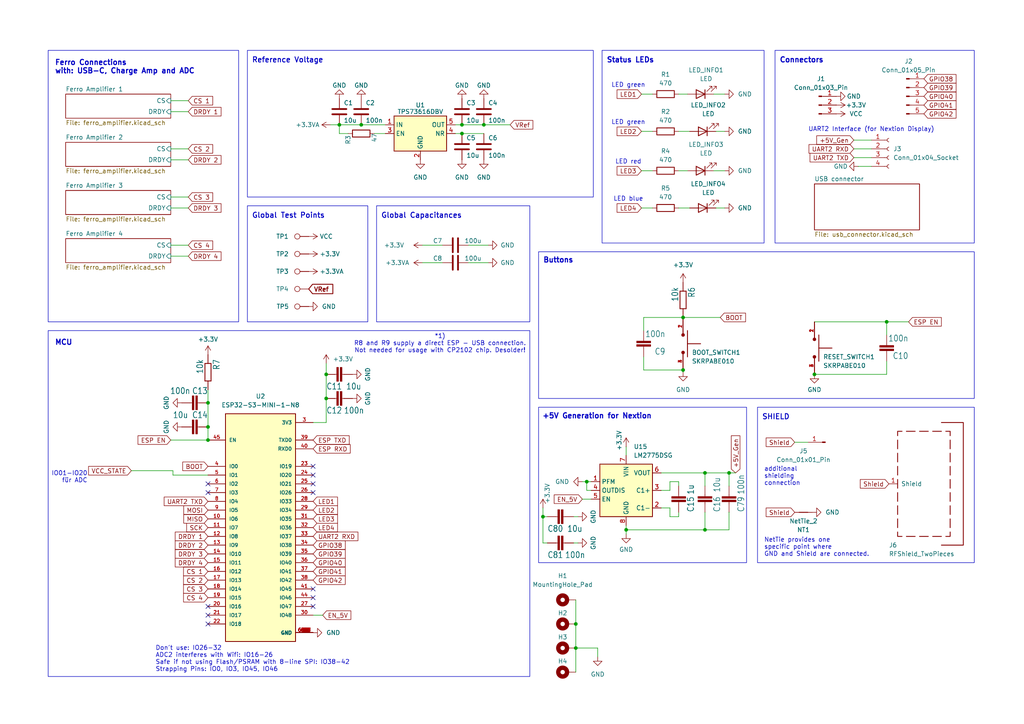
<source format=kicad_sch>
(kicad_sch (version 20231120) (generator "eeschema") (generator_version "8.0")
  (paper "A4")
  (title_block (title "4-Kanal Ferroelektret Platine") (date "2024-07-01") (rev "3") (company "FG Mess- und Sensortechnik") (comment 1 "Dominik Werner"))
  (junction (at 167.005 180.975))
  (junction (at 133.985 38.735))
  (junction (at 140.335 36.195))
  (junction (at 198.12 92.075))
  (junction (at 133.985 36.195))
  (junction (at 60.325 123.825))
  (junction (at 104.775 36.195))
  (junction (at 60.325 127.635))
  (junction (at 236.22 108.585))
  (junction (at 204.47 137.16))
  (junction (at 170.18 139.7))
  (junction (at 98.425 36.195))
  (junction (at 257.175 93.345))
  (junction (at 204.47 153.67))
  (junction (at 157.48 149.86))
  (junction (at 181.61 153.67))
  (junction (at 94.615 108.585))
  (junction (at 198.12 107.315))
  (junction (at 60.325 116.84))
  (junction (at 211.455 137.16))
  (junction (at 167.005 187.96))
  (junction (at 94.615 115.57))
  (no_connect (at 90.805 173.355))
  (no_connect (at 90.805 142.875))
  (no_connect (at 90.805 137.795))
  (no_connect (at 60.325 175.895))
  (no_connect (at 60.325 180.975))
  (no_connect (at 90.805 135.255))
  (no_connect (at 60.325 140.335))
  (no_connect (at 60.325 178.435))
  (no_connect (at 90.805 170.815))
  (no_connect (at 90.805 175.895))
  (no_connect (at 60.325 142.875))
  (no_connect (at 90.805 140.335))
  (wire (pts (xy 50.165 136.525) (xy 50.165 137.795)))
  (wire (pts (xy 54.61 57.15) (xy 49.53 57.15)))
  (wire (pts (xy 157.48 149.86) (xy 157.48 157.48)))
  (wire (pts (xy 257.175 93.345) (xy 263.525 93.345)))
  (wire (pts (xy 170.18 142.24) (xy 171.45 142.24)))
  (wire (pts (xy 60.325 113.03) (xy 60.325 116.84)))
  (wire (pts (xy 186.055 38.1) (xy 189.23 38.1)))
  (wire (pts (xy 181.61 153.67) (xy 204.47 153.67)))
  (wire (pts (xy 189.23 27.305) (xy 186.055 27.305)))
  (wire (pts (xy 38.1 136.525) (xy 50.165 136.525)))
  (wire (pts (xy 181.61 153.67) (xy 181.61 154.94)))
  (wire (pts (xy 204.47 137.16) (xy 204.47 140.97)))
  (wire (pts (xy 211.4469 148.59) (xy 211.4469 153.67)))
  (wire (pts (xy 100.965 38.735) (xy 98.425 38.735)))
  (wire (pts (xy 186.69 103.505) (xy 186.69 107.315)))
  (wire (pts (xy 122.555 76.2) (xy 128.27 76.2)))
  (wire (pts (xy 186.055 60.325) (xy 189.23 60.325)))
  (wire (pts (xy 234.315 128.27) (xy 230.505 128.27)))
  (wire (pts (xy 94.615 105.41) (xy 94.615 108.585)))
  (wire (pts (xy 168.91 144.78) (xy 171.45 144.78)))
  (wire (pts (xy 98.425 38.735) (xy 98.425 36.195)))
  (wire (pts (xy 90.805 122.555) (xy 94.615 122.555)))
  (wire (pts (xy 167.005 180.975) (xy 167.005 187.96)))
  (wire (pts (xy 133.985 38.735) (xy 140.335 38.735)))
  (wire (pts (xy 189.23 49.53) (xy 186.055 49.53)))
  (wire (pts (xy 199.39 49.53) (xy 196.85 49.53)))
  (wire (pts (xy 204.47 153.67) (xy 211.4469 153.67)))
  (wire (pts (xy 49.53 127.635) (xy 60.325 127.635)))
  (wire (pts (xy 211.455 148.59) (xy 211.4469 148.59)))
  (wire (pts (xy 132.08 38.735) (xy 133.985 38.735)))
  (wire (pts (xy 94.615 108.585) (xy 94.615 115.57)))
  (wire (pts (xy 211.455 140.97) (xy 211.455 137.16)))
  (wire (pts (xy 211.455 137.16) (xy 213.36 137.16)))
  (wire (pts (xy 257.175 108.585) (xy 257.175 104.775)))
  (wire (pts (xy 173.355 190.5) (xy 173.355 187.96)))
  (wire (pts (xy 140.335 36.195) (xy 133.985 36.195)))
  (wire (pts (xy 135.89 76.2) (xy 141.605 76.2)))
  (wire (pts (xy 236.22 93.345) (xy 257.175 93.345)))
  (wire (pts (xy 198.12 92.075) (xy 208.915 92.075)))
  (wire (pts (xy 191.77 142.24) (xy 194.31 142.24)))
  (wire (pts (xy 98.425 36.195) (xy 104.775 36.195)))
  (wire (pts (xy 247.65 45.72) (xy 252.73 45.72)))
  (wire (pts (xy 93.5395 178.435) (xy 93.5395 178.4259)))
  (wire (pts (xy 247.65 43.18) (xy 252.73 43.18)))
  (wire (pts (xy 247.65 40.64) (xy 252.73 40.64)))
  (wire (pts (xy 198.12 107.95) (xy 198.12 107.315)) (stroke (width 0.1524)))
  (wire (pts (xy 167.005 194.945) (xy 167.005 187.96)))
  (wire (pts (xy 210.185 49.53) (xy 207.01 49.53)))
  (wire (pts (xy 186.69 95.885) (xy 186.69 92.075)))
  (wire (pts (xy 104.775 36.195) (xy 111.76 36.195)))
  (wire (pts (xy 122.555 71.12) (xy 128.27 71.12)))
  (wire (pts (xy 181.61 152.4) (xy 181.61 153.67)))
  (wire (pts (xy 54.61 32.385) (xy 49.53 32.385)))
  (wire (pts (xy 170.18 139.7) (xy 171.45 139.7)))
  (wire (pts (xy 191.77 147.32) (xy 194.31 147.32)))
  (wire (pts (xy 157.48 149.86) (xy 158.75 149.86)))
  (wire (pts (xy 196.85 60.325) (xy 200.025 60.325)))
  (wire (pts (xy 167.005 187.96) (xy 173.355 187.96)))
  (wire (pts (xy 196.85 38.1) (xy 200.025 38.1)))
  (wire (pts (xy 167.005 180.975) (xy 167.005 173.99)))
  (wire (pts (xy 204.47 137.16) (xy 211.455 137.16)))
  (wire (pts (xy 191.77 137.16) (xy 204.47 137.16)))
  (wire (pts (xy 210.185 27.305) (xy 207.01 27.305)))
  (wire (pts (xy 166.37 149.86) (xy 167.64 149.86)))
  (wire (pts (xy 194.31 142.24) (xy 194.31 139.7)))
  (wire (pts (xy 170.18 139.7) (xy 170.18 142.24)))
  (wire (pts (xy 54.61 71.12) (xy 49.53 71.12)))
  (wire (pts (xy 108.585 38.735) (xy 111.76 38.735)))
  (wire (pts (xy 157.48 147.32) (xy 157.48 149.86)))
  (wire (pts (xy 50.165 137.795) (xy 60.325 137.795)))
  (wire (pts (xy 60.325 116.84) (xy 60.325 123.825)))
  (wire (pts (xy 60.325 123.825) (xy 60.325 127.635)))
  (wire (pts (xy 210.185 38.1) (xy 207.645 38.1)))
  (wire (pts (xy 210.185 60.325) (xy 207.645 60.325)))
  (wire (pts (xy 204.47 148.59) (xy 204.47 153.67)))
  (wire (pts (xy 133.985 36.195) (xy 132.08 36.195)))
  (wire (pts (xy 194.31 147.32) (xy 194.31 149.86)))
  (wire (pts (xy 54.61 46.355) (xy 49.53 46.355)))
  (wire (pts (xy 236.22 108.585) (xy 257.175 108.585)))
  (wire (pts (xy 199.39 27.305) (xy 196.85 27.305)))
  (wire (pts (xy 168.91 139.7) (xy 170.18 139.7)))
  (wire (pts (xy 95.885 36.195) (xy 98.425 36.195)))
  (wire (pts (xy 135.89 71.12) (xy 141.605 71.12)))
  (wire (pts (xy 196.85 139.7) (xy 196.85 140.97)))
  (wire (pts (xy 181.61 129.54) (xy 181.61 132.08)))
  (wire (pts (xy 90.805 178.435) (xy 93.5395 178.435)))
  (wire (pts (xy 257.175 93.345) (xy 257.175 97.155)))
  (wire (pts (xy 94.615 122.555) (xy 94.615 115.57)))
  (wire (pts (xy 248.92 48.26) (xy 252.73 48.26)))
  (wire (pts (xy 54.61 60.325) (xy 49.53 60.325)))
  (wire (pts (xy 167.64 157.48) (xy 166.37 157.48)))
  (wire (pts (xy 54.61 29.21) (xy 49.53 29.21)))
  (wire (pts (xy 54.61 43.18) (xy 49.53 43.18)))
  (wire (pts (xy 186.69 107.315) (xy 198.12 107.315)))
  (wire (pts (xy 186.69 92.075) (xy 198.12 92.075)))
  (wire (pts (xy 157.48 157.48) (xy 158.75 157.48)))
  (wire (pts (xy 194.31 149.86) (xy 196.85 149.86)))
  (wire (pts (xy 93.5395 178.4259) (xy 93.5916 178.4259)))
  (wire (pts (xy 147.955 36.195) (xy 140.335 36.195)))
  (wire (pts (xy 196.85 148.59) (xy 196.85 149.86)))
  (wire (pts (xy 194.31 139.7) (xy 196.85 139.7)))
  (wire (pts (xy 54.61 74.295) (xy 49.53 74.295)))
  (rectangle (start 71.755 14.605) (end 172.085 57.15))
  (rectangle (start 13.97 14.605) (end 69.215 93.345))
  (rectangle (start 13.97 95.885) (end 153.67 196.215))
  (rectangle (start 156.21 118.11) (end 216.535 163.195))
  (rectangle (start 71.755 59.69) (end 106.68 93.345))
  (rectangle (start 156.21 73.025) (end 282.575 115.57))
  (rectangle (start 109.22 59.69) (end 153.67 93.345))
  (rectangle (start 219.71 118.11) (end 282.575 163.195))
  (rectangle (start 174.625 14.605) (end 221.615 70.485))
  (rectangle (start 224.79 14.605) (end 282.575 70.485))
  (text "+5V Generation for Nextion" (at 157.226 121.666 0) (effects (font (size 1.5 1.5) (thickness 0.3023) (bold yes)) (justify left bottom)))
  (text "Global Capacitances" (at 110.49 63.5 0) (effects (font (size 1.5 1.5) (thickness 0.254) (bold yes)) (justify left bottom)))
  (text "Global Test Points" (at 73.025 63.5 0) (effects (font (size 1.5 1.5) (thickness 0.254) (bold yes)) (justify left bottom)))
  (text "Buttons" (at 157.48 76.454 0) (effects (font (size 1.5 1.5) (thickness 0.3023) (bold yes)) (justify left bottom)))
  (text "LED green" (at 182.245 35.56 0) (effects (font (size 1.27 1.27))))
  (text "Reference Voltage" (at 73.025 18.415 0) (effects (font (size 1.5 1.5) (thickness 0.254) (bold yes)) (justify left bottom)))
  (text "Ferro Connections\nwith: USB-C, Charge Amp and ADC" (at 15.875 21.59 0) (effects (font (size 1.5 1.5) (thickness 0.3023) (bold yes)) (justify left bottom)))
  (text "NetTie provides one\nspecific point where\nGND and Shield are connected." (at 221.615 158.75 0) (effects (font (size 1.27 1.27)) (justify left)))
  (text "Status LEDs" (at 175.895 18.415 0) (effects (font (size 1.5 1.5) (thickness 0.3023) (bold yes)) (justify left bottom)))
  (text "LED green" (at 182.245 24.765 0) (effects (font (size 1.27 1.27))))
  (text "IO01-IO20\nfür ADC" (at 25.4 138.43 0) (effects (font (size 1.27 1.27)) (justify right)))
  (text "MCU" (at 15.875 100.33 0) (effects (font (size 1.5 1.5) (thickness 0.3023) (bold yes)) (justify left bottom)))
  (text "SHIELD" (at 220.98 121.92 0) (effects (font (size 1.5 1.5) (thickness 0.254) (bold yes)) (justify left bottom)))
  (text "Don't use: IO26-32\nADC2 interferes with Wifi: IO16-26\nSafe if not using Flash/PSRAM with 8-line SPI: IO38-42\nStrapping Pins: IO0, IO3, IO45, IO46" (at 45.085 194.945 0) (effects (font (size 1.27 1.27)) (justify left bottom)))
  (text "additional\nshielding\nconnection" (at 221.615 140.97 0) (effects (font (size 1.27 1.27)) (justify left bottom)))
  (text "LED blue" (at 182.245 57.785 0) (effects (font (size 1.27 1.27))))
  (text "*1)\nR8 and R9 supply a direct ESP - USB connection.\nNot needed for usage with CP2102 chip. Desolder!" (at 127.635 99.695 0) (effects (font (size 1.27 1.27))))
  (text "Connectors" (at 226.06 18.415 0) (effects (font (size 1.5 1.5) (thickness 0.3023) (bold yes)) (justify left bottom)))
  (text "LED red" (at 182.245 46.99 0) (effects (font (size 1.27 1.27))))
  (text "UART2 Interface (for Nextion Display)" (at 252.73 37.592 0) (effects (font (size 1.27 1.27))))
  (global_label "Shield" (shape input) (at 230.505 128.27 180) (property "Intersheetrefs" "${INTERSHEET_REFS}" (effects (hide yes))))
  (global_label "LED2" (shape input) (at 186.055 38.1 180) (property "Intersheetrefs" "${INTERSHEET_REFS}" (effects (hide yes))))
  (global_label "LED2" (shape input) (at 90.805 147.955 0) (property "Intersheetrefs" "${INTERSHEET_REFS}" (effects (hide yes))))
  (global_label "CS 2" (shape input) (at 60.325 168.275 180) (property "Intersheetrefs" "${INTERSHEET_REFS}" (effects (hide yes))))
  (global_label "MISO" (shape input) (at 60.325 150.495 180) (property "Intersheetrefs" "${INTERSHEET_REFS}" (effects (hide yes))))
  (global_label "GPIO38" (shape input) (at 267.97 22.86 0) (property "Intersheetrefs" "${INTERSHEET_REFS}" (effects (hide yes))))
  (global_label "BOOT" (shape input) (at 60.325 135.255 180) (property "Intersheetrefs" "${INTERSHEET_REFS}" (effects (hide yes))))
  (global_label "ESP EN" (shape input) (at 263.525 93.345 0) (property "Intersheetrefs" "${INTERSHEET_REFS}" (effects (hide yes))))
  (global_label "LED1" (shape input) (at 90.805 145.415 0) (property "Intersheetrefs" "${INTERSHEET_REFS}" (effects (hide yes))))
  (global_label "CS 4" (shape input) (at 54.61 71.12 0) (property "Intersheetrefs" "${INTERSHEET_REFS}" (effects (hide yes))))
  (global_label "LED4" (shape input) (at 186.055 60.325 180) (property "Intersheetrefs" "${INTERSHEET_REFS}" (effects (hide yes))))
  (global_label "VCC_STATE" (shape input) (at 38.1 136.525 180) (property "Intersheetrefs" "${INTERSHEET_REFS}" (effects (hide yes))))
  (global_label "+5V_Gen" (shape input) (at 247.65 40.64 180) (property "Intersheetrefs" "${INTERSHEET_REFS}" (effects (hide yes))))
  (global_label "DRDY 4" (shape input) (at 60.325 163.195 180) (property "Intersheetrefs" "${INTERSHEET_REFS}" (effects (hide yes))))
  (global_label "SCK" (shape input) (at 60.325 153.035 180) (property "Intersheetrefs" "${INTERSHEET_REFS}" (effects (hide yes))))
  (global_label "CS 4" (shape input) (at 60.325 173.355 180) (property "Intersheetrefs" "${INTERSHEET_REFS}" (effects (hide yes))))
  (global_label "Shield" (shape input) (at 230.505 148.59 180) (property "Intersheetrefs" "${INTERSHEET_REFS}" (effects (hide yes))))
  (global_label "+5V_Gen" (shape input) (at 213.36 137.16 90) (property "Intersheetrefs" "${INTERSHEET_REFS}" (effects (hide yes))))
  (global_label "GPIO41" (shape input) (at 267.97 30.48 0) (property "Intersheetrefs" "${INTERSHEET_REFS}" (effects (hide yes))))
  (global_label "DRDY 1" (shape input) (at 54.61 32.385 0) (property "Intersheetrefs" "${INTERSHEET_REFS}" (effects (hide yes))))
  (global_label "ESP RXD" (shape input) (at 90.805 130.175 0) (property "Intersheetrefs" "${INTERSHEET_REFS}" (effects (hide yes))))
  (global_label "GPIO40" (shape input) (at 267.97 27.94 0) (property "Intersheetrefs" "${INTERSHEET_REFS}" (effects (hide yes))))
  (global_label "LED3" (shape input) (at 90.805 150.495 0) (property "Intersheetrefs" "${INTERSHEET_REFS}" (effects (hide yes))))
  (global_label "CS 3" (shape input) (at 60.325 170.815 180) (property "Intersheetrefs" "${INTERSHEET_REFS}" (effects (hide yes))))
  (global_label "GPIO41" (shape input) (at 90.805 165.735 0) (property "Intersheetrefs" "${INTERSHEET_REFS}" (effects (hide yes))))
  (global_label "DRDY 2" (shape input) (at 54.61 46.355 0) (property "Intersheetrefs" "${INTERSHEET_REFS}" (effects (hide yes))))
  (global_label "GPIO39" (shape input) (at 267.97 25.4 0) (property "Intersheetrefs" "${INTERSHEET_REFS}" (effects (hide yes))))
  (global_label "DRDY 2" (shape input) (at 60.325 158.115 180) (property "Intersheetrefs" "${INTERSHEET_REFS}" (effects (hide yes))))
  (global_label "UART2 TXD" (shape input) (at 60.325 145.415 180) (property "Intersheetrefs" "${INTERSHEET_REFS}" (effects (hide yes))))
  (global_label "CS 3" (shape input) (at 54.61 57.15 0) (property "Intersheetrefs" "${INTERSHEET_REFS}" (effects (hide yes))))
  (global_label "GPIO39" (shape input) (at 90.805 160.655 0) (property "Intersheetrefs" "${INTERSHEET_REFS}" (effects (hide yes))))
  (global_label "GPIO38" (shape input) (at 90.805 158.115 0) (property "Intersheetrefs" "${INTERSHEET_REFS}" (effects (hide yes))))
  (global_label "DRDY 1" (shape input) (at 60.325 155.575 180) (property "Intersheetrefs" "${INTERSHEET_REFS}" (effects (hide yes))))
  (global_label "VRef" (shape input) (at 89.535 83.82 0) (effects (font (bold yes))) (property "Intersheetrefs" "${INTERSHEET_REFS}" (effects (hide yes))))
  (global_label "GPIO40" (shape input) (at 90.805 163.195 0) (property "Intersheetrefs" "${INTERSHEET_REFS}" (effects (hide yes))))
  (global_label "EN_5V" (shape input) (at 168.91 144.78 180) (property "Intersheetrefs" "${INTERSHEET_REFS}" (effects (hide yes))))
  (global_label "Shield" (shape input) (at 257.81 140.335 180) (property "Intersheetrefs" "${INTERSHEET_REFS}" (effects (hide yes))))
  (global_label "CS 2" (shape input) (at 54.61 43.18 0) (property "Intersheetrefs" "${INTERSHEET_REFS}" (effects (hide yes))))
  (global_label "BOOT" (shape input) (at 208.915 92.075 0) (property "Intersheetrefs" "${INTERSHEET_REFS}" (effects (hide yes))))
  (global_label "GPIO42" (shape input) (at 267.97 33.02 0) (property "Intersheetrefs" "${INTERSHEET_REFS}" (effects (hide yes))))
  (global_label "DRDY 3" (shape input) (at 60.325 160.655 180) (property "Intersheetrefs" "${INTERSHEET_REFS}" (effects (hide yes))))
  (global_label "LED3" (shape input) (at 186.055 49.53 180) (property "Intersheetrefs" "${INTERSHEET_REFS}" (effects (hide yes))))
  (global_label "LED1" (shape input) (at 186.055 27.305 180) (property "Intersheetrefs" "${INTERSHEET_REFS}" (effects (hide yes))))
  (global_label "UART2 RXD" (shape input) (at 247.65 43.18 180) (property "Intersheetrefs" "${INTERSHEET_REFS}" (effects (hide yes))))
  (global_label "CS 1" (shape input) (at 60.325 165.735 180) (property "Intersheetrefs" "${INTERSHEET_REFS}" (effects (hide yes))))
  (global_label "LED4" (shape input) (at 90.805 153.035 0) (property "Intersheetrefs" "${INTERSHEET_REFS}" (effects (hide yes))))
  (global_label "UART2 RXD" (shape input) (at 90.805 155.575 0) (property "Intersheetrefs" "${INTERSHEET_REFS}" (effects (hide yes))))
  (global_label "VRef" (shape input) (at 147.955 36.195 0) (property "Intersheetrefs" "${INTERSHEET_REFS}" (effects (hide yes))))
  (global_label "CS 1" (shape input) (at 54.61 29.21 0) (property "Intersheetrefs" "${INTERSHEET_REFS}" (effects (hide yes))))
  (global_label "GPIO42" (shape input) (at 90.805 168.275 0) (property "Intersheetrefs" "${INTERSHEET_REFS}" (effects (hide yes))))
  (global_label "DRDY 3" (shape input) (at 54.61 60.325 0) (property "Intersheetrefs" "${INTERSHEET_REFS}" (effects (hide yes))))
  (global_label "MOSI" (shape input) (at 60.325 147.955 180) (property "Intersheetrefs" "${INTERSHEET_REFS}" (effects (hide yes))))
  (global_label "ESP EN" (shape input) (at 49.53 127.635 180) (property "Intersheetrefs" "${INTERSHEET_REFS}" (effects (hide yes))))
  (global_label "UART2 TXD" (shape input) (at 247.65 45.72 180) (property "Intersheetrefs" "${INTERSHEET_REFS}" (effects (hide yes))))
  (global_label "EN_5V" (shape input) (at 93.5916 178.4259 0) (property "Intersheetrefs" "${INTERSHEET_REFS}" (effects (hide yes))))
  (global_label "ESP TXD" (shape input) (at 90.805 127.635 0) (property "Intersheetrefs" "${INTERSHEET_REFS}" (effects (hide yes))))
  (global_label "DRDY 4" (shape input) (at 54.61 74.295 0) (property "Intersheetrefs" "${INTERSHEET_REFS}" (effects (hide yes))))
  (symbol (lib_id "power:+3.3V") (at 94.615 105.41 0) (unit 1)
    (property "Reference" "#PWR028" (effects (hide yes)))
    (property "Value" "+3.3V" (at 96.52 104.1399 0) (effects (justify left)))
  )
  (symbol (lib_id "power:GND") (at 173.355 190.5 0) (unit 1)
    (property "Reference" "#PWR040" (effects (hide yes)))
    (property "Value" "GND" (at 173.355 195.58 0))
  )
  (symbol (lib_id "power:GND") (at 104.775 28.575 180) (unit 1)
    (property "Reference" "#PWR04" (effects (hide yes)))
    (property "Value" "GND" (at 104.775 24.765 0))
  )
  (symbol (lib_id "power:GND") (at 181.61 154.94 0) (unit 1)
    (property "Reference" "#PWR015" (effects (hide yes)))
    (property "Value" "GND" (at 181.61 159.385 0))
  )
  (symbol (lib_id "power:+3.3V") (at 60.325 102.87 0) (unit 1)
    (property "Reference" "#PWR027" (effects (hide yes)))
    (property "Value" "+3.3V" (at 60.325 98.425 0))
  )
  (symbol (lib_id "Connector:Conn_01x05_Pin") (at 262.89 27.94 0) (unit 1)
    (property "Reference" "J2" (at 263.525 17.78 0))
    (property "Value" "Conn_01x05_Pin" (at 263.525 20.32 0))
    (property "Footprint" "Connector_PinHeader_2.54mm:PinHeader_1x05_P2.54mm_Vertical" (effects (hide yes)))
    (property "Description" "Generic connector, single row, 01x05, script generated" (effects (hide yes)))
  )
  (symbol (lib_id "MiniLev-eagle-import:C-EUC0805") (at 99.695 108.585 270) (unit 1)
    (property "Reference" "C11" (at 94.615 113.03 90) (effects (font (size 1.778 1.5113)) (justify left bottom)))
    (property "Value" "10u" (at 100.33 113.03 90) (effects (font (size 1.778 1.5113)) (justify left bottom)))
    (property "Footprint" "Capacitor_SMD:C_0402_1005Metric" (effects (hide yes)))
  )
  (symbol (lib_id "power:GND") (at 210.185 60.325 90) (unit 1)
    (property "Reference" "#PWR017" (effects (hide yes)))
    (property "Value" "GND" (at 213.995 60.3249 90) (effects (justify right)))
  )
  (symbol (lib_id "power:GND") (at 52.705 116.84 270) (unit 1)
    (property "Reference" "#PWR033" (effects (hide yes)))
    (property "Value" "GND" (at 48.26 116.84 0))
  )
  (symbol (lib_id "power:GND") (at 133.985 46.355 0) (unit 1)
    (property "Reference" "#PWR012" (effects (hide yes)))
    (property "Value" "GND" (at 133.985 51.435 0))
  )
  (symbol (lib_id "power:VCC") (at 89.535 68.58 270) (unit 1)
    (property "Reference" "#PWR018" (effects (hide yes)))
    (property "Value" "VCC" (at 92.71 68.58 90) (effects (justify left)))
  )
  (symbol (lib_id "MiniLev-eagle-import:R-EU_R0805") (at 198.12 86.995 270) (unit 1)
    (property "Reference" "R6" (at 199.6186 83.185 0) (effects (font (size 1.778 1.5113)) (justify left bottom)))
    (property "Value" "10k" (at 194.818 83.185 0) (effects (font (size 1.778 1.5113)) (justify left bottom)))
    (property "Footprint" "Resistor_SMD:R_0402_1005Metric" (effects (hide yes)))
  )
  (symbol (lib_name "+3.3VA_1") (lib_id "power:+3.3VA") (at 122.555 76.2 90) (unit 1)
    (property "Reference" "#PWR022" (effects (hide yes)))
    (property "Value" "+3.3VA" (at 118.745 76.1999 90) (effects (justify left)))
    (property "Description" "Power symbol creates a global label with name \"+3.3VA\"" (effects (hide yes)))
  )
  (symbol (lib_id "Mechanical:MountingHole_Pad") (at 164.465 173.99 90) (unit 1) (exclude_from_sim yes) (in_bom no)
    (property "Reference" "H1" (at 163.195 167.005 90))
    (property "Value" "MountingHole_Pad" (at 163.195 169.545 90))
    (property "Footprint" "MountingHole:MountingHole_3.2mm_M3_Pad" (effects (hide yes)))
    (property "Description" "Mounting Hole with connection" (effects (hide yes)))
  )
  (symbol (lib_id "Connector:TestPoint") (at 89.535 68.58 90) (unit 1)
    (property "Reference" "TP1" (at 81.915 68.58 90))
    (property "Value" "TestPoint" (effects (hide yes)))
    (property "Footprint" "TestPoint:TestPoint_THTPad_D1.5mm_Drill0.7mm" (effects (hide yes)))
    (property "Description" "test point" (effects (hide yes)))
  )
  (symbol (lib_id "MiniLev-eagle-import:C-EUC0805") (at 204.47 143.51 0) (unit 1)
    (property "Reference" "C16" (at 208.915 148.59 90) (effects (font (size 1.778 1.5113)) (justify left bottom)))
    (property "Value" "10u" (at 208.915 142.875 90) (effects (font (size 1.778 1.5113)) (justify left bottom)))
    (property "Footprint" "Capacitor_SMD:C_0402_1005Metric" (effects (hide yes)))
  )
  (symbol (lib_id "power:GND") (at 90.805 183.515 90) (unit 1)
    (property "Reference" "#PWR039" (effects (hide yes)))
    (property "Value" "GND" (at 94.615 183.515 90) (effects (justify right)))
  )
  (symbol (lib_id "Device:C") (at 132.08 71.12 90) (unit 1)
    (property "Reference" "C7" (at 128.27 69.85 90) (effects (justify left)))
    (property "Value" "100u" (at 139.7 69.85 90) (effects (justify left)))
    (property "Footprint" "Capacitor_SMD:C_1206_3216Metric" (effects (hide yes)))
  )
  (symbol (lib_id "Device:C") (at 98.425 32.385 0) (unit 1)
    (property "Reference" "C1" (at 99.695 29.845 0) (effects (justify left)))
    (property "Value" "10u" (at 99.695 34.925 0) (effects (justify left)))
    (property "Footprint" "Capacitor_SMD:C_0402_1005Metric" (effects (hide yes)))
  )
  (symbol (lib_id "power:GND") (at 102.235 108.585 90) (unit 1)
    (property "Reference" "#PWR030" (effects (hide yes)))
    (property "Value" "GND" (at 106.68 108.585 0))
  )
  (symbol (lib_id "Device:LED") (at 203.835 38.1 180) (unit 1)
    (property "Reference" "LED_INFO2" (at 205.4225 30.48 0))
    (property "Value" "LED" (at 205.4225 33.02 0))
    (property "Footprint" "LED_SMD:LED_0402_1005Metric" (effects (hide yes)))
  )
  (symbol (lib_id "Device:NetTie_2") (at 233.045 148.59 180) (unit 1) (in_bom no)
    (property "Reference" "NT1" (at 233.045 153.67 0))
    (property "Value" "NetTie_2" (at 233.045 151.13 0))
    (property "Footprint" "NetTie:NetTie-2_SMD_Pad0.5mm" (effects (hide yes)))
    (property "Description" "Net tie, 2 pins" (effects (hide yes)))
  )
  (symbol (lib_id "Device:LED") (at 203.2 49.53 180) (unit 1)
    (property "Reference" "LED_INFO3" (at 204.7875 41.91 0))
    (property "Value" "LED" (at 204.7875 44.45 0))
    (property "Footprint" "LED_SMD:LED_0402_1005Metric" (effects (hide yes)))
  )
  (symbol (lib_id "power:+3.3V") (at 198.12 81.915 0) (unit 1)
    (property "Reference" "#PWR025" (effects (hide yes)))
    (property "Value" "+3.3V" (at 198.12 76.835 0))
  )
  (symbol (lib_id "Device:LED") (at 203.2 27.305 180) (unit 1)
    (property "Reference" "LED_INFO1" (at 204.7875 20.32 0))
    (property "Value" "LED" (at 204.7875 22.86 0))
    (property "Footprint" "LED_SMD:LED_0402_1005Metric" (effects (hide yes)))
  )
  (symbol (lib_id "MiniLev-eagle-import:C-EUC0805") (at 163.83 149.86 270) (unit 1)
    (property "Reference" "C80" (at 158.75 154.305 90) (effects (font (size 1.778 1.5113)) (justify left bottom)))
    (property "Value" "10u" (at 164.465 154.305 90) (effects (font (size 1.778 1.5113)) (justify left bottom)))
    (property "Footprint" "Capacitor_SMD:C_0402_1005Metric" (effects (hide yes)))
  )
  (symbol (lib_id "power:GND") (at 141.605 76.2 90) (unit 1)
    (property "Reference" "#PWR023" (effects (hide yes)))
    (property "Value" "GND" (at 147.193 76.2 90))
  )
  (symbol (lib_id "Device:LED") (at 203.835 60.325 180) (unit 1)
    (property "Reference" "LED_INFO4" (at 205.4225 53.34 0))
    (property "Value" "LED" (at 205.4225 55.88 0))
    (property "Footprint" "LED_SMD:LED_0402_1005Metric" (effects (hide yes)))
  )
  (symbol (lib_id "power:+3.3VA") (at 95.885 36.195 90) (unit 1)
    (property "Reference" "#PWR09" (effects (hide yes)))
    (property "Value" "+3.3VA" (at 92.71 36.195 90) (effects (justify left)))
  )
  (symbol (lib_id "Device:C") (at 140.335 42.545 0) (unit 1)
    (property "Reference" "C6" (at 141.605 40.005 0) (effects (justify left)))
    (property "Value" "100n" (at 141.605 45.085 0) (effects (justify left)))
    (property "Footprint" "Capacitor_SMD:C_0402_1005Metric" (effects (hide yes)))
  )
  (symbol (lib_id "Device:R") (at 193.04 27.305 90) (unit 1)
    (property "Reference" "R1" (at 193.04 21.59 90))
    (property "Value" "470" (at 193.04 24.13 90))
    (property "Footprint" "Resistor_SMD:R_0402_1005Metric" (effects (hide yes)))
  )
  (symbol (lib_id "power:GND") (at 168.91 139.7 270) (unit 1)
    (property "Reference" "#PWR016" (effects (hide yes)))
    (property "Value" "GND" (at 165.1 139.6999 90) (effects (justify right)))
  )
  (symbol (lib_id "Connector:Conn_01x03_Pin") (at 237.49 30.48 0) (unit 1)
    (property "Reference" "J1" (at 238.125 22.86 0))
    (property "Value" "Conn_01x03_Pin" (at 238.125 25.4 0))
    (property "Footprint" "Connector_PinHeader_2.54mm:PinHeader_1x03_P2.54mm_Vertical" (effects (hide yes)))
    (property "Description" "Generic connector, single row, 01x03, script generated" (effects (hide yes)))
  )
  (symbol (lib_id "SKRPABE010:SKRPABE010") (at 198.12 99.695 270) (unit 1)
    (property "Reference" "BOOT_SWITCH1" (at 200.66 102.235 90) (effects (justify left)))
    (property "Value" "SKRPABE010" (at 200.66 104.775 90) (effects (justify left)))
    (property "Footprint" "SKRPABE010:SW_SKRPABE010" (effects (hide yes)))
    (property "Description" "\nSwitch Tactile N.O. SPST Button J-Bend 0.05A 16VDC 1.57N SMD Automotive T/R\n" (effects (hide yes)))
    (property "MF" "ALPS" (effects (hide yes)))
    (property "MAXIMUM_PACKAGE_HEIGHT" "2.5 mm" (effects (hide yes)))
    (property "Package" "None" (effects (hide yes)))
    (property "Price" "None" (effects (hide yes)))
    (property "Check_prices" "https://www.snapeda.com/parts/SKRPABE010/ALPS/view-part/?ref=eda" (effects (hide yes)))
    (property "STANDARD" "Manufacturer Recommendations" (effects (hide yes)))
    (property "SnapEDA_Link" "https://www.snapeda.com/parts/SKRPABE010/ALPS/view-part/?ref=snap" (effects (hide yes)))
    (property "MP" "SKRPABE010" (effects (hide yes)))
    (property "Purchase-URL" "https://www.snapeda.com/api/url_track_click_mouser/?unipart_id=652544&manufacturer=ALPS&part_name=SKRPABE010&search_term=None" (effects (hide yes)))
    (property "Availability" "In Stock" (effects (hide yes)))
    (property "MANUFACTURER" "Alps" (effects (hide yes)))
  )
  (symbol (lib_id "power:GND") (at 236.22 108.585 0) (unit 1)
    (property "Reference" "#PWR031" (effects (hide yes)))
    (property "Value" "GND" (at 236.22 113.03 0))
  )
  (symbol (lib_id "power:GND") (at 167.64 149.86 90) (unit 1)
    (property "Reference" "#PWR037" (effects (hide yes)))
    (property "Value" "GND" (at 172.085 149.86 0))
  )
  (symbol (lib_id "power:+3.3V") (at 89.535 73.66 270) (unit 1)
    (property "Reference" "#PWR021" (effects (hide yes)))
    (property "Value" "+3.3V" (at 92.71 73.66 90) (effects (justify left)))
  )
  (symbol (lib_id "power:GND") (at 167.64 157.48 90) (unit 1)
    (property "Reference" "#PWR0129" (effects (hide yes)))
    (property "Value" "GND" (at 172.085 157.48 0))
  )
  (symbol (lib_id "Device:R") (at 193.04 38.1 90) (unit 1)
    (property "Reference" "R2" (at 193.04 32.385 90))
    (property "Value" "470" (at 193.04 34.925 90))
    (property "Footprint" "Resistor_SMD:R_0402_1005Metric" (effects (hide yes)))
  )
  (symbol (lib_id "Connector:Conn_01x01_Pin") (at 239.395 128.27 180) (unit 1)
    (property "Reference" "J5" (at 233.045 130.81 0))
    (property "Value" "Conn_01x01_Pin" (at 233.045 133.35 0))
    (property "Footprint" "Connector_PinHeader_2.54mm:PinHeader_1x01_P2.54mm_Vertical" (effects (hide yes)))
  )
  (symbol (lib_id "Regulator_Linear:TPS73616DBV") (at 121.92 38.735 0) (unit 1)
    (property "Reference" "U1" (at 121.92 30.48 0))
    (property "Value" "TPS73616DBV" (at 121.92 32.385 0))
    (property "Footprint" "Package_TO_SOT_SMD:SOT-23-5" (effects (hide yes)))
    (property "Datasheet" "http://www.ti.com/lit/ds/symlink/tps736.pdf" (effects (hide yes)))
    (property "Description" "Cap free NMOS 400mA Low Drop 1.6V Regulator, SOT-23-5" (effects (hide yes)))
  )
  (symbol (lib_id "MiniLev-eagle-import:C-EUC0805") (at 55.245 123.825 90) (unit 1)
    (property "Reference" "C14" (at 60.325 119.38 90) (effects (font (size 1.778 1.5113)) (justify left bottom)))
    (property "Value" "10u" (at 54.61 119.38 90) (effects (font (size 1.778 1.5113)) (justify left bottom)))
    (property "Footprint" "Capacitor_SMD:C_0402_1005Metric" (effects (hide yes)))
  )
  (symbol (lib_id "Connector:TestPoint") (at 89.535 83.82 90) (unit 1)
    (property "Reference" "TP4" (at 81.915 83.82 90))
    (property "Value" "TestPoint" (effects (hide yes)))
    (property "Footprint" "TestPoint:TestPoint_THTPad_D1.5mm_Drill0.7mm" (effects (hide yes)))
    (property "Description" "test point" (effects (hide yes)))
  )
  (symbol (lib_id "MiniLev-eagle-import:C-EUC0805") (at 196.85 143.51 0) (unit 1)
    (property "Reference" "C15" (at 201.295 148.59 90) (effects (font (size 1.778 1.5113)) (justify left bottom)))
    (property "Value" "1u" (at 201.295 143.51 90) (effects (font (size 1.778 1.5113)) (justify left bottom)))
    (property "Footprint" "Capacitor_SMD:C_0402_1005Metric" (effects (hide yes)))
  )
  (symbol (lib_id "MiniLev-eagle-import:C-EUC0805") (at 186.69 100.965 180) (unit 1)
    (property "Reference" "C9" (at 193.04 100.965 0) (effects (font (size 1.778 1.5113)) (justify left bottom)))
    (property "Value" "100n" (at 193.04 95.885 0) (effects (font (size 1.778 1.5113)) (justify left bottom)))
    (property "Footprint" "Capacitor_SMD:C_0402_1005Metric" (effects (hide yes)))
  )
  (symbol (lib_id "Device:C") (at 133.985 32.385 0) (unit 1)
    (property "Reference" "C3" (at 135.255 29.845 0) (effects (justify left)))
    (property "Value" "10u" (at 135.255 34.925 0) (effects (justify left)))
    (property "Footprint" "Capacitor_SMD:C_0402_1005Metric" (effects (hide yes)))
  )
  (symbol (lib_id "power:GND") (at 102.235 115.57 90) (unit 1)
    (property "Reference" "#PWR032" (effects (hide yes)))
    (property "Value" "GND" (at 106.68 115.57 0))
  )
  (symbol (lib_id "MiniLev-eagle-import:C-EUC0805") (at 99.695 115.57 270) (unit 1)
    (property "Reference" "C12" (at 94.615 120.015 90) (effects (font (size 1.778 1.5113)) (justify left bottom)))
    (property "Value" "100n" (at 99.695 120.015 90) (effects (font (size 1.778 1.5113)) (justify left bottom)))
    (property "Footprint" "Capacitor_SMD:C_0402_1005Metric" (effects (hide yes)))
  )
  (symbol (lib_id "Regulator_SwitchedCapacitor:LM2775DSG") (at 181.61 142.24 0) (unit 1)
    (property "Reference" "U15" (at 183.8041 129.54 0) (effects (justify left)))
    (property "Value" "LM2775DSG" (at 183.8041 132.08 0) (effects (justify left)))
    (property "Footprint" "Package_SON:WSON-8-1EP_2x2mm_P0.5mm_EP0.9x1.6mm_ThermalVias" (effects (hide yes)))
    (property "Datasheet" "https://www.ti.com/lit/gpn/lm2775" (effects (hide yes)))
    (property "Description" "5V charge pump, 200mA, WSON-8" (effects (hide yes)))
  )
  (symbol (lib_id "power:GND") (at 133.985 28.575 180) (unit 1)
    (property "Reference" "#PWR05" (effects (hide yes)))
    (property "Value" "GND" (at 133.985 24.765 0))
  )
  (symbol (lib_id "MiniLev-eagle-import:C-EUC0805") (at 163.83 157.48 270) (unit 1)
    (property "Reference" "C81" (at 158.75 161.925 90) (effects (font (size 1.778 1.5113)) (justify left bottom)))
    (property "Value" "100n" (at 163.83 161.925 90) (effects (font (size 1.778 1.5113)) (justify left bottom)))
    (property "Footprint" "Capacitor_SMD:C_0402_1005Metric" (effects (hide yes)))
  )
  (symbol (lib_id "MiniLev-eagle-import:C-EUC0805") (at 211.455 143.51 0) (unit 1)
    (property "Reference" "C79" (at 215.9 148.59 90) (effects (font (size 1.778 1.5113)) (justify left bottom)))
    (property "Value" "100n" (at 215.9 143.51 90) (effects (font (size 1.778 1.5113)) (justify left bottom)))
    (property "Footprint" "Capacitor_SMD:C_0402_1005Metric" (effects (hide yes)))
  )
  (symbol (lib_id "power:GND") (at 141.605 71.12 90) (unit 1)
    (property "Reference" "#PWR020" (effects (hide yes)))
    (property "Value" "GND" (at 147.193 71.12 90))
  )
  (symbol (lib_id "MiniLev-eagle-import:R-EU_R0805") (at 60.325 107.95 270) (unit 1)
    (property "Reference" "R7" (at 61.8236 104.14 0) (effects (font (size 1.778 1.5113)) (justify left bottom)))
    (property "Value" "10k" (at 57.023 104.14 0) (effects (font (size 1.778 1.5113)) (justify left bottom)))
    (property "Footprint" "Resistor_SMD:R_0402_1005Metric" (effects (hide yes)))
  )
  (symbol (lib_id "SKRPABE010:SKRPABE010") (at 236.22 100.965 270) (unit 1)
    (property "Reference" "RESET_SWITCH1" (at 238.76 103.505 90) (effects (justify left)))
    (property "Value" "SKRPABE010" (at 238.76 106.045 90) (effects (justify left)))
    (property "Footprint" "SKRPABE010:SW_SKRPABE010" (effects (hide yes)))
    (property "Description" "\nSwitch Tactile N.O. SPST Button J-Bend 0.05A 16VDC 1.57N SMD Automotive T/R\n" (effects (hide yes)))
    (property "MF" "ALPS" (effects (hide yes)))
    (property "MAXIMUM_PACKAGE_HEIGHT" "2.5 mm" (effects (hide yes)))
    (property "Package" "None" (effects (hide yes)))
    (property "Price" "None" (effects (hide yes)))
    (property "Check_prices" "https://www.snapeda.com/parts/SKRPABE010/ALPS/view-part/?ref=eda" (effects (hide yes)))
    (property "STANDARD" "Manufacturer Recommendations" (effects (hide yes)))
    (property "SnapEDA_Link" "https://www.snapeda.com/parts/SKRPABE010/ALPS/view-part/?ref=snap" (effects (hide yes)))
    (property "MP" "SKRPABE010" (effects (hide yes)))
    (property "Purchase-URL" "https://www.snapeda.com/api/url_track_click_mouser/?unipart_id=652544&manufacturer=ALPS&part_name=SKRPABE010&search_term=None" (effects (hide yes)))
    (property "Availability" "In Stock" (effects (hide yes)))
    (property "MANUFACTURER" "Alps" (effects (hide yes)))
  )
  (symbol (lib_id "MiniLev-eagle-import:C-EUC0805") (at 257.175 102.235 180) (unit 1)
    (property "Reference" "C10" (at 263.525 102.235 0) (effects (font (size 1.778 1.5113)) (justify left bottom)))
    (property "Value" "100n" (at 263.525 97.155 0) (effects (font (size 1.778 1.5113)) (justify left bottom)))
    (property "Footprint" "Capacitor_SMD:C_0402_1005Metric" (effects (hide yes)))
  )
  (symbol (lib_id "Device:C") (at 140.335 32.385 0) (unit 1)
    (property "Reference" "C4" (at 141.605 29.845 0) (effects (justify left)))
    (property "Value" "100n" (at 141.605 34.925 0) (effects (justify left)))
    (property "Footprint" "Capacitor_SMD:C_0402_1005Metric" (effects (hide yes)))
  )
  (symbol (lib_id "power:GND") (at 89.535 88.9 90) (unit 1)
    (property "Reference" "#PWR026" (effects (hide yes)))
    (property "Value" "GND" (at 93.345 88.9 90) (effects (justify right)))
  )
  (symbol (lib_name "+3.3V_1") (lib_id "power:+3.3V") (at 181.61 129.54 0) (unit 1)
    (property "Reference" "#PWR035" (effects (hide yes)))
    (property "Value" "+3.3V" (at 179.578 127.762 90))
    (property "Description" "Power symbol creates a global label with name \"+3.3V\"" (effects (hide yes)))
  )
  (symbol (lib_id "Device:RFShield_TwoPieces") (at 267.97 140.335 270) (unit 1)
    (property "Reference" "J6" (at 257.81 158.115 90) (effects (justify left)))
    (property "Value" "RFShield_TwoPieces" (at 257.81 160.655 90) (effects (justify left)))
    (property "Footprint" "Shielding:Laird_Technologies_BMI-S-205-F_38.10x25.40mm_HandSolder_SelfMade" (effects (hide yes)))
  )
  (symbol (lib_id "Mechanical:MountingHole_Pad") (at 164.465 180.975 90) (unit 1) (exclude_from_sim yes) (in_bom no)
    (property "Reference" "H2" (at 163.195 177.8 90))
    (property "Value" "MountingHole_Pad" (effects (hide yes)))
    (property "Footprint" "MountingHole:MountingHole_3.2mm_M3_Pad" (effects (hide yes)))
    (property "Description" "Mounting Hole with connection" (effects (hide yes)))
  )
  (symbol (lib_id "power:GND") (at 98.425 28.575 180) (unit 1)
    (property "Reference" "#PWR03" (effects (hide yes)))
    (property "Value" "GND" (at 98.425 24.765 0))
  )
  (symbol (lib_id "power:+3.3VA") (at 89.535 78.74 270) (unit 1)
    (property "Reference" "#PWR024" (effects (hide yes)))
    (property "Value" "+3.3VA" (at 92.71 78.74 90) (effects (justify left)))
  )
  (symbol (lib_id "Device:C") (at 132.08 76.2 90) (unit 1)
    (property "Reference" "C8" (at 128.27 74.93 90) (effects (justify left)))
    (property "Value" "100u" (at 139.7 74.93 90) (effects (justify left)))
    (property "Footprint" "Capacitor_SMD:C_1206_3216Metric" (effects (hide yes)))
  )
  (symbol (lib_id "Mechanical:MountingHole_Pad") (at 164.465 194.945 90) (unit 1) (exclude_from_sim yes) (in_bom no)
    (property "Reference" "H4" (at 163.195 191.77 90))
    (property "Value" "MountingHole_Pad" (effects (hide yes)))
    (property "Footprint" "MountingHole:MountingHole_3.2mm_M3_Pad" (effects (hide yes)))
    (property "Description" "Mounting Hole with connection" (effects (hide yes)))
  )
  (symbol (lib_id "power:GND") (at 210.185 38.1 90) (unit 1)
    (property "Reference" "#PWR010" (effects (hide yes)))
    (property "Value" "GND" (at 213.995 38.0999 90) (effects (justify right)))
  )
  (symbol (lib_id "Device:R") (at 193.04 49.53 90) (unit 1)
    (property "Reference" "R4" (at 193.04 43.815 90))
    (property "Value" "470" (at 193.04 46.355 90))
    (property "Footprint" "Resistor_SMD:R_0402_1005Metric" (effects (hide yes)))
  )
  (symbol (lib_id "Device:R") (at 104.775 38.735 90) (unit 1)
    (property "Reference" "R3" (at 100.965 41.91 0) (effects (justify left)))
    (property "Value" "47" (at 108.585 41.275 0) (effects (justify left)))
    (property "Footprint" "Resistor_SMD:R_0402_1005Metric" (effects (hide yes)))
  )
  (symbol (lib_name "VCC_1") (lib_id "power:VCC") (at 242.57 33.02 270) (unit 1)
    (property "Reference" "#PWR08" (effects (hide yes)))
    (property "Value" "VCC" (at 246.38 33.0199 90) (effects (justify left)))
    (property "Description" "Power symbol creates a global label with name \"VCC\"" (effects (hide yes)))
  )
  (symbol (lib_id "power:GND") (at 210.185 49.53 90) (unit 1)
    (property "Reference" "#PWR014" (effects (hide yes)))
    (property "Value" "GND" (at 213.995 49.5299 90) (effects (justify right)))
  )
  (symbol (lib_id "power:GND") (at 140.335 28.575 180) (unit 1)
    (property "Reference" "#PWR06" (effects (hide yes)))
    (property "Value" "GND" (at 140.335 24.765 0))
  )
  (symbol (lib_id "Connector:Conn_01x04_Socket") (at 257.81 43.18 0) (unit 1)
    (property "Reference" "J3" (at 259.08 43.1799 0) (effects (justify left)))
    (property "Value" "Conn_01x04_Socket" (at 259.08 45.7199 0) (effects (justify left)))
    (property "Footprint" "Connector_JST:JST_XH_B4B-XH-A_1x04_P2.50mm_Vertical" (effects (hide yes)))
    (property "Description" "Generic connector, single row, 01x04, script generated" (effects (hide yes)))
  )
  (symbol (lib_id "Connector:TestPoint") (at 89.535 78.74 90) (unit 1)
    (property "Reference" "TP3" (at 81.915 78.74 90))
    (property "Value" "TestPoint" (effects (hide yes)))
    (property "Footprint" "TestPoint:TestPoint_THTPad_D1.5mm_Drill0.7mm" (effects (hide yes)))
    (property "Description" "test point" (effects (hide yes)))
  )
  (symbol (lib_id "Device:R") (at 193.04 60.325 90) (unit 1)
    (property "Reference" "R5" (at 193.04 54.61 90))
    (property "Value" "470" (at 193.04 57.15 90))
    (property "Footprint" "Resistor_SMD:R_0402_1005Metric" (effects (hide yes)))
  )
  (symbol (lib_id "Device:C") (at 133.985 42.545 0) (unit 1)
    (property "Reference" "C5" (at 135.255 40.005 0) (effects (justify left)))
    (property "Value" "10u" (at 135.255 45.085 0) (effects (justify left)))
    (property "Footprint" "Capacitor_SMD:C_0402_1005Metric" (effects (hide yes)))
  )
  (symbol (lib_id "Connector:TestPoint") (at 89.535 88.9 90) (unit 1)
    (property "Reference" "TP5" (at 83.82 88.9 90) (effects (justify left)))
    (property "Value" "TestPoint" (effects (hide yes)))
    (property "Footprint" "TestPoint:TestPoint_THTPad_D1.5mm_Drill0.7mm" (effects (hide yes)))
    (property "Description" "test point" (effects (hide yes)))
  )
  (symbol (lib_id "power:+3.3V") (at 157.48 147.32 0) (unit 1)
    (property "Reference" "#PWR036" (effects (hide yes)))
    (property "Value" "+3.3V" (at 158.75 146.05 90) (effects (justify left)))
  )
  (symbol (lib_name "+3.3V_1") (lib_id "power:+3.3V") (at 242.57 30.48 270) (unit 1)
    (property "Reference" "#PWR07" (effects (hide yes)))
    (property "Value" "+3.3V" (at 248.285 30.48 90))
    (property "Description" "Power symbol creates a global label with name \"+3.3V\"" (effects (hide yes)))
  )
  (symbol (lib_id "power:GND") (at 121.92 46.355 0) (unit 1)
    (property "Reference" "#PWR011" (effects (hide yes)))
    (property "Value" "GND" (at 121.92 51.435 0))
  )
  (symbol (lib_id "Connector:TestPoint") (at 89.535 73.66 90) (unit 1)
    (property "Reference" "TP2" (at 81.915 73.66 90))
    (property "Value" "TestPoint" (effects (hide yes)))
    (property "Footprint" "TestPoint:TestPoint_THTPad_D1.5mm_Drill0.7mm" (effects (hide yes)))
    (property "Description" "test point" (effects (hide yes)))
  )
  (symbol (lib_id "power:GND") (at 140.335 46.355 0) (unit 1)
    (property "Reference" "#PWR013" (effects (hide yes)))
    (property "Value" "GND" (at 140.335 51.435 0))
  )
  (symbol (lib_id "ESP32-S3-MINI-1-N8:ESP32-S3-MINI-1-N8") (at 75.565 153.035 0) (unit 1)
    (property "Reference" "U2" (at 75.565 114.935 0))
    (property "Value" "ESP32-S3-MINI-1-N8" (at 75.565 117.475 0))
    (property "Footprint" "ESP32-S3-MINI-1-N8:XCVR_ESP32-S3-MINI-1-N8" (effects (hide yes)))
    (property "Description" "\nBluetooth, WiFi 802.11b/g/n, Bluetooth v5.0 Transceiver Module 2.4GHz PCB Trace Surface Mount\n" (effects (hide yes)))
    (property "MF" "Espressif Systems" (effects (hide yes)))
    (property "MAXIMUM_PACKAGE_HEIGHT" "2.55mm" (effects (hide yes)))
    (property "Package" "None" (effects (hide yes)))
    (property "Price" "None" (effects (hide yes)))
    (property "Check_prices" "https://www.snapeda.com/parts/ESP32-S3-MINI-1-N8/Espressif+Systems/view-part/?ref=eda" (effects (hide yes)))
    (property "STANDARD" "Manufacturer Recommendations" (effects (hide yes)))
    (property "PARTREV" "v0.6" (effects (hide yes)))
    (property "SnapEDA_Link" "https://www.snapeda.com/parts/ESP32-S3-MINI-1-N8/Espressif+Systems/view-part/?ref=snap" (effects (hide yes)))
    (property "MP" "ESP32-S3-MINI-1-N8" (effects (hide yes)))
    (property "Purchase-URL" "https://www.snapeda.com/api/url_track_click_mouser/?unipart_id=8941370&manufacturer=Espressif Systems&part_name=ESP32-S3-MINI-1-N8&search_term=None" (effects (hide yes)))
    (property "Availability" "In Stock" (effects (hide yes)))
    (property "MANUFACTURER" "Espressif" (effects (hide yes)))
  )
  (symbol (lib_id "Mechanical:MountingHole_Pad") (at 164.465 187.96 90) (unit 1) (exclude_from_sim yes) (in_bom no)
    (property "Reference" "H3" (at 163.195 184.785 90))
    (property "Value" "MountingHole_Pad" (effects (hide yes)))
    (property "Footprint" "MountingHole:MountingHole_3.2mm_M3_Pad" (effects (hide yes)))
    (property "Description" "Mounting Hole with connection" (effects (hide yes)))
  )
  (symbol (lib_id "Device:C") (at 104.775 32.385 0) (unit 1)
    (property "Reference" "C2" (at 106.045 29.845 0) (effects (justify left)))
    (property "Value" "100n" (at 106.045 34.925 0) (effects (justify left)))
    (property "Footprint" "Capacitor_SMD:C_0402_1005Metric" (effects (hide yes)))
  )
  (symbol (lib_id "power:GND") (at 210.185 27.305 90) (unit 1)
    (property "Reference" "#PWR01" (effects (hide yes)))
    (property "Value" "GND" (at 213.995 27.3049 90) (effects (justify right)))
  )
  (symbol (lib_id "power:+3.3V") (at 122.555 71.12 90) (unit 1)
    (property "Reference" "#PWR019" (effects (hide yes)))
    (property "Value" "+3.3V" (at 114.3 71.12 90))
  )
  (symbol (lib_id "MiniLev-eagle-import:C-EUC0805") (at 55.245 116.84 90) (unit 1)
    (property "Reference" "C13" (at 60.325 112.395 90) (effects (font (size 1.778 1.5113)) (justify left bottom)))
    (property "Value" "100n" (at 55.245 112.395 90) (effects (font (size 1.778 1.5113)) (justify left bottom)))
    (property "Footprint" "Capacitor_SMD:C_0402_1005Metric" (effects (hide yes)))
  )
  (symbol (lib_id "power:GND") (at 52.705 123.825 270) (unit 1)
    (property "Reference" "#PWR034" (effects (hide yes)))
    (property "Value" "GND" (at 48.26 123.825 0))
  )
  (symbol (lib_name "GND_1") (lib_id "power:GND") (at 242.57 27.94 90) (unit 1)
    (property "Reference" "#PWR02" (effects (hide yes)))
    (property "Value" "GND" (at 247.65 27.94 90))
    (property "Description" "Power symbol creates a global label with name \"GND\" , ground" (effects (hide yes)))
  )
  (symbol (lib_id "power:GND") (at 235.585 148.59 90) (unit 1)
    (property "Reference" "#PWR038" (effects (hide yes)))
    (property "Value" "GND" (at 239.395 148.5901 90) (effects (justify right)))
  )
  (symbol (lib_id "power:GND") (at 198.12 107.95 0) (unit 1)
    (property "Reference" "#PWR029" (effects (hide yes)))
    (property "Value" "GND" (at 198.12 113.03 0))
  )
  (symbol (lib_name "GND_1") (lib_id "power:GND") (at 248.92 48.26 270) (unit 1)
    (property "Reference" "#PWR0128" (effects (hide yes)))
    (property "Value" "GND" (at 243.84 48.26 90))
    (property "Description" "Power symbol creates a global label with name \"GND\" , ground" (effects (hide yes)))
  )
  (sheet (at 19.05 27.305) (size 30.48 6.985) (stroke (width 0.1524))
    (property "Sheetname" "Ferro Amplifier 1" (at 19.05 26.5934 0) (effects (justify left bottom)))
    (property "Sheetfile" "ferro_amplifier.kicad_sch" (at 19.05 34.8746 0) (effects (justify left top)))
    (pin "DRDY" input (at 49.53 32.385 0))
    (pin "CS" input (at 49.53 29.21 0))
  )
  (sheet (at 236.22 53.34) (size 30.48 13.335) (stroke (width 0.1524))
    (property "Sheetname" "USB connector" (at 236.22 52.6284 0) (effects (justify left bottom)))
    (property "Sheetfile" "usb_connector.kicad_sch" (at 236.22 67.2596 0) (effects (justify left top)))
  )
  (sheet (at 19.05 55.245) (size 30.48 6.985) (stroke (width 0.1524))
    (property "Sheetname" "Ferro Amplifier 3" (at 19.05 54.5334 0) (effects (justify left bottom)))
    (property "Sheetfile" "ferro_amplifier.kicad_sch" (at 19.05 62.8146 0) (effects (justify left top)))
    (pin "DRDY" input (at 49.53 60.325 0))
    (pin "CS" input (at 49.53 57.15 0))
  )
  (sheet (at 19.05 41.275) (size 30.48 6.985) (stroke (width 0.1524))
    (property "Sheetname" "Ferro Amplifier 2" (at 19.05 40.5634 0) (effects (justify left bottom)))
    (property "Sheetfile" "ferro_amplifier.kicad_sch" (at 19.05 48.8446 0) (effects (justify left top)))
    (pin "DRDY" input (at 49.53 46.355 0))
    (pin "CS" input (at 49.53 43.18 0))
  )
  (sheet (at 19.05 69.215) (size 30.48 6.985) (stroke (width 0.1524))
    (property "Sheetname" "Ferro Amplifier 4" (at 19.05 68.5034 0) (effects (justify left bottom)))
    (property "Sheetfile" "ferro_amplifier.kicad_sch" (at 19.05 76.7846 0) (effects (justify left top)))
    (pin "DRDY" input (at 49.53 74.295 0))
    (pin "CS" input (at 49.53 71.12 0))
  )
)
</source>
